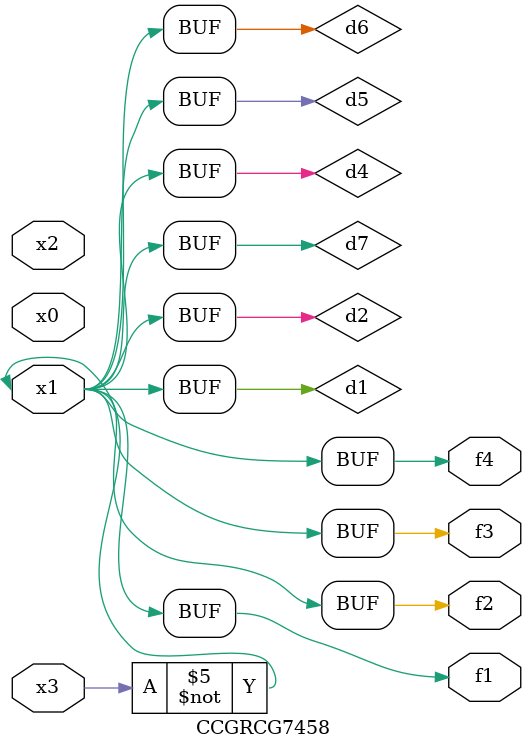
<source format=v>
module CCGRCG7458(
	input x0, x1, x2, x3,
	output f1, f2, f3, f4
);

	wire d1, d2, d3, d4, d5, d6, d7;

	not (d1, x3);
	buf (d2, x1);
	xnor (d3, d1, d2);
	nor (d4, d1);
	buf (d5, d1, d2);
	buf (d6, d4, d5);
	nand (d7, d4);
	assign f1 = d6;
	assign f2 = d7;
	assign f3 = d6;
	assign f4 = d6;
endmodule

</source>
